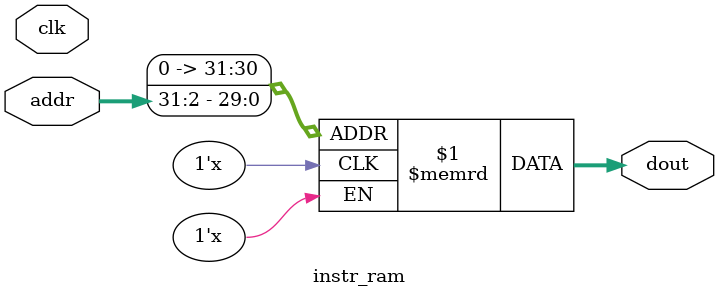
<source format=v>
`timescale 1ns / 1ps


module instr_ram #(
    parameter ADDR_WIDTH = 32,  // µØÖ·¿í¶È
    parameter DATA_WIDTH = 32,  // Êý¾Ý¿í¶È
    parameter DEPTH = 1024      // ´æ´¢Éî¶È
 )(
    input clk,                  // Ê±ÖÓÐÅºÅ
    input [ADDR_WIDTH-1:0] addr, // ¶ÁÈ¡µØÖ·
    output [DATA_WIDTH-1:0] dout // ¶ÁÈ¡Êý¾Ý
);

    reg [DATA_WIDTH-1:0] mem [0:DEPTH-1];

     //³õÊ¼»¯´æ´¢Æ÷£¬¿ÉÒÔÔÚÕâÀïÔ¤ÏÈ¼ÓÔØÒ»Ð©Ö¸Áî
//    initial begin
//        $readmemh("D:/Projects/viProjects/lab3/instructions.hex", mem); // ´ÓÎÄ¼þ¼ÓÔØÖ¸Áî
//    end

    assign dout = mem[addr >> 2];
endmodule

</source>
